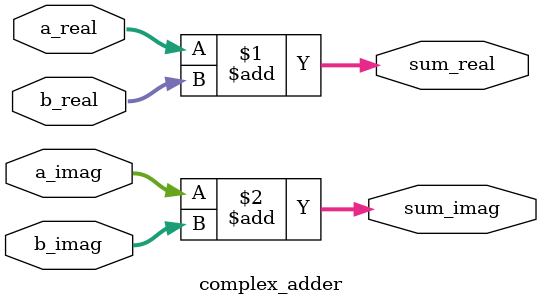
<source format=sv>
module complex_adder #(
    parameter DATA_WIDTH = 16
)(
    input signed  [DATA_WIDTH-1:0] a_real,    // Real part of first input
    input signed  [DATA_WIDTH-1:0] a_imag,    // Imaginary part of first input
    input signed  [DATA_WIDTH-1:0] b_real,    // Real part of second input
    input signed  [DATA_WIDTH-1:0] b_imag,    // Imaginary part of second input
    output signed [DATA_WIDTH-1:0] sum_real, // Real part of the sum
    output signed [DATA_WIDTH-1:0] sum_imag  // Imaginary part of the sum
);

    assign sum_real = a_real + b_real;
    assign sum_imag = a_imag + b_imag;

endmodule

</source>
